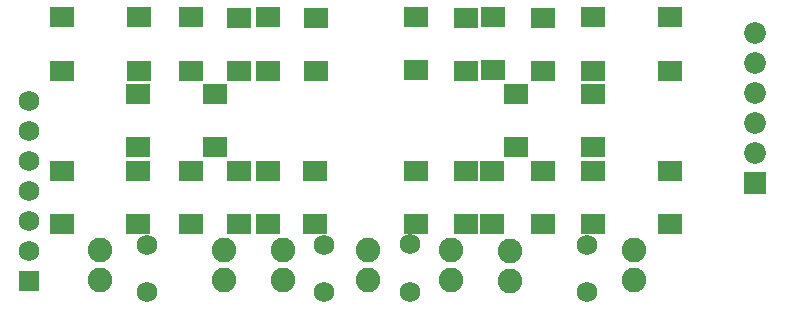
<source format=gbs>
G04 ---------------------------- Layer name :BOTTOM SOLDER LAYER*
G04 easyEDA 0.1*
G04 Scale: 100 percent, Rotated: No, Reflected: No *
G04 Dimensions in inches *
G04 leading zeros omitted , absolute positions ,2 integer and 4 *
%FSLAX24Y24*%
%MOIN*%
G90*
G70D02*

%ADD11C,0.082000*%
%ADD13C,0.068000*%
%ADD15R,0.082803X0.067055*%
%ADD16R,0.068000X0.068000*%
%ADD17R,0.072300X0.072300*%
%ADD18C,0.072300*%

%LPD*%
G54D11*
G01X4269Y2615D03*
G01X4269Y1615D03*
G01X10371Y2617D03*
G01X10371Y1617D03*
G01X15980Y2617D03*
G01X15980Y1617D03*
G01X22081Y2615D03*
G01X22081Y1615D03*
G01X8402Y2617D03*
G01X8402Y1617D03*
G01X17952Y2586D03*
G01X17952Y1586D03*
G01X13223Y2617D03*
G01X13223Y1617D03*
G54D13*
G01X5843Y2807D03*
G01X5843Y1234D03*
G01X11750Y2800D03*
G01X11750Y1226D03*
G01X14602Y1234D03*
G01X14602Y2809D03*
G54D15*
G01X5553Y6046D03*
G01X8113Y6046D03*
G01X8113Y7817D03*
G01X5553Y7817D03*
G01X18146Y6053D03*
G01X20705Y6053D03*
G01X20705Y7826D03*
G01X18146Y7826D03*
G01X7321Y8607D03*
G01X9880Y8607D03*
G01X9880Y10380D03*
G01X7321Y10380D03*
G01X7318Y3494D03*
G01X9877Y3494D03*
G01X9877Y5267D03*
G01X7318Y5267D03*
G01X16476Y8600D03*
G01X19035Y8600D03*
G01X19035Y10371D03*
G01X16476Y10371D03*
G01X16472Y3494D03*
G01X19031Y3494D03*
G01X19031Y5267D03*
G01X16472Y5267D03*
G01X2998Y8603D03*
G01X5557Y8603D03*
G01X5557Y10376D03*
G01X2998Y10376D03*
G01X2992Y3490D03*
G01X5551Y3490D03*
G01X5551Y5263D03*
G01X2992Y5263D03*
G01X8906Y8601D03*
G01X11465Y8601D03*
G01X11465Y10373D03*
G01X8906Y10373D03*
G01X8894Y3501D03*
G01X11453Y3501D03*
G01X11453Y5273D03*
G01X8894Y5273D03*
G01X14803Y8613D03*
G01X17363Y8613D03*
G01X17363Y10384D03*
G01X14803Y10384D03*
G01X14793Y3492D03*
G01X17352Y3492D03*
G01X17352Y5265D03*
G01X14793Y5265D03*
G01X20707Y8605D03*
G01X23267Y8605D03*
G01X23267Y10376D03*
G01X20707Y10376D03*
G01X20705Y3494D03*
G01X23264Y3494D03*
G01X23264Y5267D03*
G01X20705Y5267D03*
G54D13*
G01X20510Y1211D03*
G01X20510Y2786D03*
G54D16*
G01X1903Y1594D03*
G54D13*
G01X1903Y2594D03*
G01X1903Y3594D03*
G01X1903Y4594D03*
G01X1903Y5594D03*
G01X1903Y6594D03*
G01X1903Y7594D03*
G54D17*
G01X26113Y4873D03*
G54D18*
G01X26113Y5873D03*
G01X26113Y6873D03*
G01X26113Y7873D03*
G01X26113Y8873D03*
G01X26113Y9873D03*

M00*
M02*
</source>
